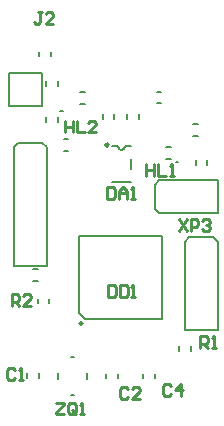
<source format=gto>
G04 Layer_Color=65535*
%FSLAX25Y25*%
%MOIN*%
G70*
G01*
G75*
%ADD10C,0.01000*%
%ADD30C,0.00591*%
D10*
X56653Y44696D02*
Y40760D01*
X58621D01*
X59277Y41416D01*
Y44040D01*
X58621Y44696D01*
X56653D01*
X60589D02*
Y40760D01*
X62557D01*
X63213Y41416D01*
Y44040D01*
X62557Y44696D01*
X60589D01*
X64525Y40760D02*
X65837D01*
X65181D01*
Y44696D01*
X64525Y44040D01*
X25616Y16185D02*
X24960Y16841D01*
X23648D01*
X22992Y16185D01*
Y13562D01*
X23648Y12905D01*
X24960D01*
X25616Y13562D01*
X26928Y12905D02*
X28240D01*
X27584D01*
Y16841D01*
X26928Y16185D01*
X63411Y9886D02*
X62755Y10542D01*
X61443D01*
X60787Y9886D01*
Y7262D01*
X61443Y6606D01*
X62755D01*
X63411Y7262D01*
X67347Y6606D02*
X64723D01*
X67347Y9230D01*
Y9886D01*
X66691Y10542D01*
X65379D01*
X64723Y9886D01*
X77781Y10969D02*
X77125Y11625D01*
X75813D01*
X75157Y10969D01*
Y8345D01*
X75813Y7689D01*
X77125D01*
X77781Y8345D01*
X81061Y7689D02*
Y11625D01*
X79093Y9657D01*
X81717D01*
X56398Y77361D02*
Y73425D01*
X58365D01*
X59022Y74081D01*
Y76705D01*
X58365Y77361D01*
X56398D01*
X60333Y73425D02*
Y76049D01*
X61645Y77361D01*
X62957Y76049D01*
Y73425D01*
Y75393D01*
X60333D01*
X64269Y73425D02*
X65581D01*
X64925D01*
Y77361D01*
X64269Y76705D01*
X69449Y84952D02*
Y81016D01*
Y82984D01*
X72073D01*
Y84952D01*
Y81016D01*
X73385Y84952D02*
Y81016D01*
X76008D01*
X77320D02*
X78632D01*
X77976D01*
Y84952D01*
X77320Y84295D01*
X42323Y99408D02*
Y95472D01*
Y97440D01*
X44947D01*
Y99408D01*
Y95472D01*
X46259Y99408D02*
Y95472D01*
X48882D01*
X52818D02*
X50194D01*
X52818Y98096D01*
Y98752D01*
X52162Y99408D01*
X50850D01*
X50194Y98752D01*
X34573Y135641D02*
X33261D01*
X33917D01*
Y132361D01*
X33261Y131705D01*
X32605D01*
X31949Y132361D01*
X38508Y131705D02*
X35885D01*
X38508Y134328D01*
Y134985D01*
X37852Y135641D01*
X36540D01*
X35885Y134985D01*
X87362Y23535D02*
Y27471D01*
X89330D01*
X89986Y26815D01*
Y25503D01*
X89330Y24847D01*
X87362D01*
X88674D02*
X89986Y23535D01*
X91298D02*
X92610D01*
X91954D01*
Y27471D01*
X91298Y26815D01*
X24567Y37610D02*
Y41546D01*
X26535D01*
X27191Y40890D01*
Y39578D01*
X26535Y38922D01*
X24567D01*
X25879D02*
X27191Y37610D01*
X31126D02*
X28503D01*
X31126Y40234D01*
Y40890D01*
X30470Y41546D01*
X29159D01*
X28503Y40890D01*
X39528Y5424D02*
X42151D01*
Y4768D01*
X39528Y2144D01*
Y1488D01*
X42151D01*
X46087Y2144D02*
Y4768D01*
X45431Y5424D01*
X44119D01*
X43463Y4768D01*
Y2144D01*
X44119Y1488D01*
X45431D01*
X44775Y2800D02*
X46087Y1488D01*
X45431D02*
X46087Y2144D01*
X47399Y1488D02*
X48711D01*
X48055D01*
Y5424D01*
X47399Y4768D01*
X80276Y66644D02*
X82899Y62709D01*
Y66644D02*
X80276Y62709D01*
X84211D02*
Y66644D01*
X86179D01*
X86835Y65988D01*
Y64676D01*
X86179Y64021D01*
X84211D01*
X88147Y65988D02*
X88803Y66644D01*
X90115D01*
X90771Y65988D01*
Y65333D01*
X90115Y64676D01*
X89459D01*
X90115D01*
X90771Y64021D01*
Y63365D01*
X90115Y62709D01*
X88803D01*
X88147Y63365D01*
D30*
X48386Y31803D02*
X47795Y32394D01*
X47205Y31803D01*
X47795Y31213D01*
X48386Y31803D01*
X61181Y89677D02*
X62016Y90023D01*
X62362Y90858D01*
X60000D02*
X60346Y90023D01*
X61181Y89677D01*
X57047Y91252D02*
X56457Y91843D01*
X55866Y91252D01*
X56457Y90661D01*
X57047Y91252D01*
X41594Y102472D02*
X40807D01*
X41594D01*
X80079Y85445D02*
X79291D01*
X80079D01*
X47008Y35346D02*
Y60937D01*
Y35346D02*
X48976Y33378D01*
X74567D01*
Y60937D01*
X47008D02*
X74567D01*
X59902Y13496D02*
Y15071D01*
X55965Y13496D02*
Y15071D01*
X39921Y13299D02*
Y15268D01*
X49764Y13299D02*
Y15268D01*
X44449Y20583D02*
X45236D01*
X44449Y7984D02*
X45236D01*
X29783Y13595D02*
Y15169D01*
X33720Y13595D02*
Y15169D01*
X47402Y105032D02*
X48976D01*
X47402Y108968D02*
X48976D01*
X72894Y109067D02*
X74468D01*
X72894Y105130D02*
X74468D01*
X63150Y99913D02*
Y101488D01*
X67087Y99913D02*
Y101488D01*
X54882Y99913D02*
Y101488D01*
X58819Y99913D02*
Y101488D01*
X41890Y93221D02*
X43465D01*
X41890Y89284D02*
X43465D01*
X64331Y83378D02*
Y86528D01*
X62362Y90858D02*
X64331D01*
X58031Y79047D02*
X64331D01*
X58031Y90858D02*
X60000D01*
X36083Y98929D02*
Y100504D01*
X40020Y98929D02*
Y100504D01*
X76142Y90563D02*
X77716D01*
X76142Y86626D02*
X77716D01*
X36083Y110937D02*
Y112512D01*
X40020Y110937D02*
Y112512D01*
X89823Y84658D02*
Y86232D01*
X85886Y84658D02*
Y86232D01*
X84409Y22748D02*
Y24323D01*
X80472Y22748D02*
Y24323D01*
X72402Y13496D02*
Y15071D01*
X68465Y13496D02*
Y15071D01*
X37165Y38496D02*
Y40071D01*
X33228Y38496D02*
Y40071D01*
X36366Y51028D02*
Y90528D01*
X25366Y51028D02*
X36366D01*
X25366D02*
Y90528D01*
X26866Y92028D01*
X34866D01*
X36366Y90528D01*
X31654Y49913D02*
X33228D01*
X31654Y45976D02*
X33228D01*
X91854Y60591D02*
X93354Y59091D01*
X83854Y60591D02*
X91854D01*
X82354Y59091D02*
X83854Y60591D01*
X82354Y29591D02*
Y59091D01*
Y29591D02*
X93354D01*
Y59091D01*
X37559Y120780D02*
Y122354D01*
X33622Y120780D02*
Y122354D01*
X85000Y98339D02*
X86575D01*
X85000Y94402D02*
X86575D01*
X73815Y79528D02*
X93315D01*
Y68528D02*
Y79528D01*
X73815Y68528D02*
X93315D01*
X72315Y70028D02*
X73815Y68528D01*
X72315Y70028D02*
Y78028D01*
X73815Y79528D01*
X23831Y104342D02*
X34831D01*
Y115342D01*
X23831D02*
X34831D01*
X23831Y104342D02*
Y115342D01*
M02*

</source>
